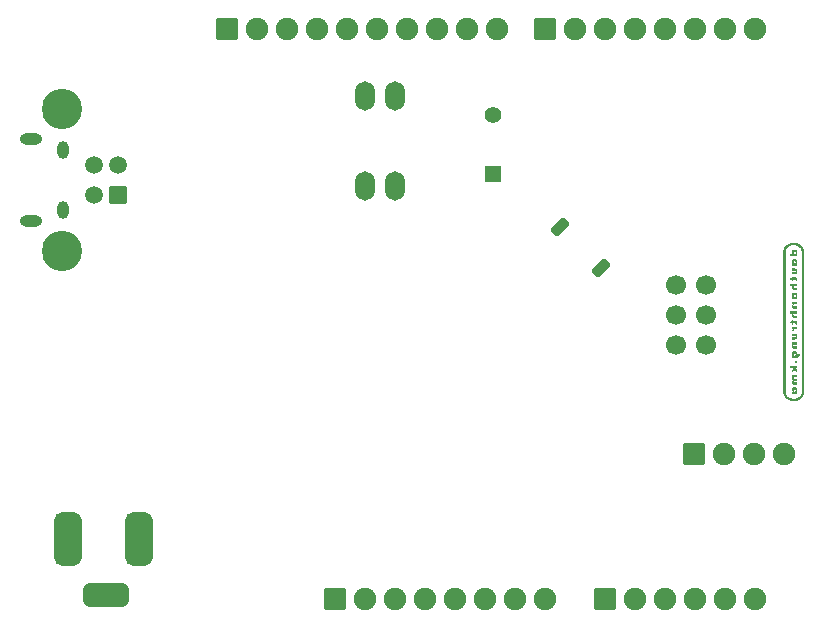
<source format=gbs>
G04*
G04 #@! TF.GenerationSoftware,Altium Limited,Altium Designer,23.0.1 (38)*
G04*
G04 Layer_Color=16711935*
%FSLAX44Y44*%
%MOMM*%
G71*
G04*
G04 #@! TF.SameCoordinates,88FC3FB3-D5F9-4073-A5BC-648FF294B969*
G04*
G04*
G04 #@! TF.FilePolarity,Negative*
G04*
G01*
G75*
%ADD66C,3.4160*%
G04:AMPARAMS|DCode=69|XSize=1.9mm|YSize=1.9mm|CornerRadius=0.23mm|HoleSize=0mm|Usage=FLASHONLY|Rotation=0.000|XOffset=0mm|YOffset=0mm|HoleType=Round|Shape=RoundedRectangle|*
%AMROUNDEDRECTD69*
21,1,1.9000,1.4400,0,0,0.0*
21,1,1.4400,1.9000,0,0,0.0*
1,1,0.4600,0.7200,-0.7200*
1,1,0.4600,-0.7200,-0.7200*
1,1,0.4600,-0.7200,0.7200*
1,1,0.4600,0.7200,0.7200*
%
%ADD69ROUNDEDRECTD69*%
%ADD70C,1.9000*%
G04:AMPARAMS|DCode=71|XSize=1.408mm|YSize=1.408mm|CornerRadius=0.1808mm|HoleSize=0mm|Usage=FLASHONLY|Rotation=90.000|XOffset=0mm|YOffset=0mm|HoleType=Round|Shape=RoundedRectangle|*
%AMROUNDEDRECTD71*
21,1,1.4080,1.0464,0,0,90.0*
21,1,1.0464,1.4080,0,0,90.0*
1,1,0.3616,0.5232,0.5232*
1,1,0.3616,0.5232,-0.5232*
1,1,0.3616,-0.5232,-0.5232*
1,1,0.3616,-0.5232,0.5232*
%
%ADD71ROUNDEDRECTD71*%
%ADD72C,1.4080*%
%ADD73C,1.7000*%
%ADD74O,1.9000X0.9500*%
%ADD75O,1.0000X1.5000*%
%ADD76O,1.7000X2.5000*%
G04:AMPARAMS|DCode=77|XSize=0.9mm|YSize=1.6mm|CornerRadius=0.225mm|HoleSize=0mm|Usage=FLASHONLY|Rotation=135.000|XOffset=0mm|YOffset=0mm|HoleType=Round|Shape=RoundedRectangle|*
%AMROUNDEDRECTD77*
21,1,0.9000,1.1500,0,0,135.0*
21,1,0.4500,1.6000,0,0,135.0*
1,1,0.4500,0.2475,0.5657*
1,1,0.4500,0.5657,0.2475*
1,1,0.4500,-0.2475,-0.5657*
1,1,0.4500,-0.5657,-0.2475*
%
%ADD77ROUNDEDRECTD77*%
G04:AMPARAMS|DCode=78|XSize=3.9mm|YSize=2mm|CornerRadius=0.525mm|HoleSize=0mm|Usage=FLASHONLY|Rotation=180.000|XOffset=0mm|YOffset=0mm|HoleType=Round|Shape=RoundedRectangle|*
%AMROUNDEDRECTD78*
21,1,3.9000,0.9500,0,0,180.0*
21,1,2.8500,2.0000,0,0,180.0*
1,1,1.0500,-1.4250,0.4750*
1,1,1.0500,1.4250,0.4750*
1,1,1.0500,1.4250,-0.4750*
1,1,1.0500,-1.4250,-0.4750*
%
%ADD78ROUNDEDRECTD78*%
G04:AMPARAMS|DCode=79|XSize=4.5mm|YSize=2.3mm|CornerRadius=0.6mm|HoleSize=0mm|Usage=FLASHONLY|Rotation=90.000|XOffset=0mm|YOffset=0mm|HoleType=Round|Shape=RoundedRectangle|*
%AMROUNDEDRECTD79*
21,1,4.5000,1.1000,0,0,90.0*
21,1,3.3000,2.3000,0,0,90.0*
1,1,1.2000,0.5500,1.6500*
1,1,1.2000,0.5500,-1.6500*
1,1,1.2000,-0.5500,-1.6500*
1,1,1.2000,-0.5500,1.6500*
%
%ADD79ROUNDEDRECTD79*%
%ADD101C,1.5080*%
G04:AMPARAMS|DCode=102|XSize=1.508mm|YSize=1.508mm|CornerRadius=0.1908mm|HoleSize=0mm|Usage=FLASHONLY|Rotation=270.000|XOffset=0mm|YOffset=0mm|HoleType=Round|Shape=RoundedRectangle|*
%AMROUNDEDRECTD102*
21,1,1.5080,1.1264,0,0,270.0*
21,1,1.1264,1.5080,0,0,270.0*
1,1,0.3816,-0.5632,-0.5632*
1,1,0.3816,-0.5632,0.5632*
1,1,0.3816,0.5632,0.5632*
1,1,0.3816,0.5632,-0.5632*
%
%ADD102ROUNDEDRECTD102*%
G36*
X667401Y327411D02*
X668244Y327391D01*
X668589Y327334D01*
X668962Y327305D01*
X669039Y327286D01*
X669145Y327257D01*
X669288Y327229D01*
X669422Y327210D01*
X669585Y327162D01*
X669748Y327133D01*
X669882Y327114D01*
X669988Y327066D01*
X670112Y327037D01*
X670189Y327018D01*
X670294Y326970D01*
X670438Y326941D01*
X670572Y326884D01*
X670649Y326865D01*
X670783Y326826D01*
X670821Y326788D01*
X670917Y326769D01*
X671128Y326673D01*
X671204Y326654D01*
X671291Y326606D01*
X671396Y326577D01*
X671520Y326510D01*
X671645Y326462D01*
X671683Y326424D01*
X671722Y326405D01*
X671817Y326366D01*
X672181Y326175D01*
X672316Y326098D01*
X672354Y326060D01*
X672488Y325983D01*
X672584Y325926D01*
X672622Y325887D01*
X672756Y325811D01*
X672852Y325753D01*
X672986Y325658D01*
X673025Y325638D01*
X673034Y325610D01*
X673130Y325552D01*
X673235Y325466D01*
X673274Y325447D01*
X673331Y325389D01*
X673369Y325370D01*
X673427Y325313D01*
X673465Y325293D01*
X673523Y325236D01*
X673561Y325217D01*
X673734Y325044D01*
X673772Y325025D01*
X673896Y324901D01*
X674011Y324805D01*
X674031Y324767D01*
X674059Y324757D01*
X674126Y324690D01*
X674145Y324651D01*
X674222Y324575D01*
X674241Y324537D01*
X674318Y324460D01*
X674337Y324422D01*
X674414Y324345D01*
X674433Y324307D01*
X674567Y324173D01*
X674586Y324134D01*
X674644Y324077D01*
X674720Y323943D01*
X674749Y323933D01*
X674778Y323885D01*
X674797Y323847D01*
X674854Y323789D01*
X674874Y323751D01*
X674988Y323559D01*
X675027Y323521D01*
X675084Y323425D01*
X675123Y323387D01*
X675199Y323253D01*
X675295Y323080D01*
X675372Y322946D01*
X675525Y322659D01*
X675544Y322582D01*
X675573Y322553D01*
X675621Y322429D01*
X675697Y322257D01*
X675736Y322122D01*
X675774Y322084D01*
X675812Y321912D01*
X675860Y321806D01*
X675908Y321586D01*
X675956Y321480D01*
X675975Y321404D01*
X675994Y321289D01*
X676052Y321059D01*
X676090Y320752D01*
X676119Y320590D01*
X676138Y320532D01*
X676157Y200780D01*
X676138Y200243D01*
X676119Y200167D01*
X676100Y200033D01*
X676081Y199956D01*
X676052Y199697D01*
X676033Y199621D01*
X675985Y199381D01*
X675966Y199305D01*
X675918Y199180D01*
X675889Y199056D01*
X675870Y198979D01*
X675822Y198854D01*
X675803Y198778D01*
X675774Y198653D01*
X675745Y198624D01*
X675697Y198500D01*
X675649Y198395D01*
X675602Y198270D01*
X675525Y198097D01*
X675506Y198021D01*
X675448Y197963D01*
X675429Y197887D01*
X675352Y197772D01*
X675333Y197695D01*
X675295Y197657D01*
X675142Y197369D01*
X675084Y197312D01*
X675065Y197255D01*
X675027Y197216D01*
X674969Y197120D01*
X674931Y197082D01*
X674854Y196948D01*
X674826Y196938D01*
X674701Y196756D01*
X674682Y196718D01*
X674653Y196689D01*
X674576Y196574D01*
X674538Y196555D01*
X674529Y196526D01*
X674433Y196431D01*
X674414Y196392D01*
X674337Y196316D01*
X674318Y196277D01*
X674260Y196220D01*
X674212Y196153D01*
X674117Y196038D01*
X674078Y196019D01*
X673848Y195789D01*
X673810Y195770D01*
X673599Y195559D01*
X673561Y195540D01*
X673484Y195463D01*
X673446Y195444D01*
X673408Y195406D01*
X673312Y195348D01*
X673274Y195310D01*
X673178Y195252D01*
X673149Y195224D01*
X673044Y195137D01*
X672910Y195042D01*
X672814Y194984D01*
X672737Y194907D01*
X672661Y194888D01*
X672622Y194850D01*
X672526Y194792D01*
X672488Y194754D01*
X672354Y194677D01*
X672181Y194582D01*
X672153Y194553D01*
X672028Y194505D01*
X671990Y194467D01*
X671952Y194447D01*
X671856Y194409D01*
X671760Y194352D01*
X671664Y194313D01*
X671530Y194237D01*
X671434Y194179D01*
X671358Y194160D01*
X671147Y194064D01*
X671070Y194045D01*
X670984Y193997D01*
X670879Y193969D01*
X670754Y193901D01*
X670610Y193873D01*
X670438Y193796D01*
X670304Y193777D01*
X670198Y193729D01*
X670093Y193700D01*
X670016Y193681D01*
X669882Y193624D01*
X669691Y193604D01*
X669614Y193585D01*
X669451Y193537D01*
X669250Y193509D01*
X669173Y193489D01*
X669068Y193461D01*
X668953Y193442D01*
X668579Y193413D01*
X668503Y193394D01*
X668369Y193375D01*
X668311Y193355D01*
X666587Y193336D01*
X666328Y193365D01*
X666232Y193384D01*
X666117Y193403D01*
X665782Y193432D01*
X665648Y193451D01*
X665542Y193480D01*
X665418Y193509D01*
X665284Y193528D01*
X665207Y193547D01*
X665121Y193576D01*
X664824Y193624D01*
X664699Y193671D01*
X664498Y193719D01*
X664393Y193767D01*
X664268Y193796D01*
X664192Y193815D01*
X664086Y193863D01*
X663962Y193892D01*
X663856Y193940D01*
X663732Y193988D01*
X663559Y194064D01*
X663483Y194083D01*
X663358Y194151D01*
X663234Y194179D01*
X663195Y194218D01*
X663042Y194275D01*
X663004Y194313D01*
X662965Y194333D01*
X662869Y194371D01*
X662505Y194562D01*
X662410Y194620D01*
X662295Y194697D01*
X662237Y194716D01*
X662180Y194773D01*
X662084Y194811D01*
X662046Y194850D01*
X661911Y194926D01*
X661816Y194984D01*
X661682Y195080D01*
X661643Y195099D01*
X661634Y195128D01*
X661547Y195176D01*
X661490Y195233D01*
X661452Y195252D01*
X661394Y195310D01*
X661298Y195367D01*
X661222Y195444D01*
X661183Y195463D01*
X661049Y195597D01*
X661011Y195616D01*
X660973Y195674D01*
X660934Y195693D01*
X660465Y196162D01*
X660446Y196201D01*
X660369Y196277D01*
X660350Y196316D01*
X660197Y196469D01*
X660178Y196507D01*
X660101Y196584D01*
X660082Y196622D01*
X660043Y196660D01*
X659756Y197063D01*
X659698Y197159D01*
X659660Y197197D01*
X659603Y197293D01*
X659564Y197331D01*
X659488Y197465D01*
X659296Y197810D01*
X659162Y198059D01*
X659066Y198270D01*
X659028Y198404D01*
X658990Y198442D01*
X658970Y198557D01*
X658894Y198672D01*
X658875Y198787D01*
X658817Y198921D01*
X658779Y199094D01*
X658750Y199199D01*
X658712Y199295D01*
X658673Y199487D01*
X658654Y199563D01*
X658606Y199784D01*
X658587Y199975D01*
X658568Y200033D01*
X658549Y200224D01*
X658530Y200282D01*
X658511Y302809D01*
Y319900D01*
X658539Y320465D01*
X658559Y320618D01*
X658578Y320714D01*
X658597Y320829D01*
X658616Y321002D01*
X658635Y321097D01*
X658654Y321174D01*
X658702Y321394D01*
X658731Y321500D01*
X658769Y321595D01*
X658808Y321787D01*
X658846Y321883D01*
X658875Y321988D01*
X658932Y322122D01*
X658970Y322218D01*
X658990Y322295D01*
X659018Y322324D01*
X659066Y322448D01*
X659085Y322525D01*
X659114Y322553D01*
X659162Y322678D01*
X659181Y322735D01*
X659373Y323080D01*
X659526Y323368D01*
X659564Y323406D01*
X659622Y323502D01*
X659651Y323531D01*
X659814Y323770D01*
X659833Y323809D01*
X659861Y323818D01*
X659890Y323885D01*
X659928Y323923D01*
X659986Y324019D01*
X660043Y324077D01*
X660063Y324115D01*
X660158Y324211D01*
X660178Y324249D01*
X660312Y324383D01*
X660331Y324422D01*
X660427Y324517D01*
X660446Y324556D01*
X660474Y324585D01*
X660570Y324700D01*
X660609Y324719D01*
X661068Y325178D01*
X661107Y325198D01*
X661183Y325274D01*
X661222Y325293D01*
X661279Y325351D01*
X661318Y325370D01*
X661375Y325428D01*
X661471Y325485D01*
X661528Y325542D01*
X661567Y325562D01*
X661624Y325619D01*
X661720Y325677D01*
X661777Y325734D01*
X661816Y325753D01*
X662007Y325868D01*
X662141Y325945D01*
X662180Y325983D01*
X662314Y326060D01*
X662486Y326156D01*
X662515Y326184D01*
X662640Y326232D01*
X662678Y326271D01*
X662831Y326328D01*
X662879Y326376D01*
X662984Y326405D01*
X663071Y326472D01*
X663195Y326520D01*
X663234Y326558D01*
X663310Y326577D01*
X663521Y326673D01*
X663598Y326692D01*
X663684Y326740D01*
X663789Y326769D01*
X663914Y326836D01*
X664038Y326865D01*
X664173Y326922D01*
X664345Y326960D01*
X664469Y327008D01*
X664575Y327037D01*
X664651Y327056D01*
X664786Y327114D01*
X664958Y327133D01*
X665035Y327152D01*
X665140Y327181D01*
X665360Y327229D01*
X665495Y327248D01*
X665590Y327286D01*
X665782Y327305D01*
X665916Y327324D01*
X666165Y327344D01*
X666242Y327363D01*
X666299Y327382D01*
X667181Y327401D01*
X667238Y327420D01*
X667401Y327411D01*
D02*
G37*
%LPC*%
G36*
X666970Y325389D02*
X666548Y325370D01*
X666318Y325332D01*
X666261Y325313D01*
X665954Y325293D01*
X665878Y325274D01*
X665772Y325246D01*
X665696Y325226D01*
X665514Y325198D01*
X665437Y325178D01*
X665274Y325131D01*
X665130Y325102D01*
X665025Y325054D01*
X664920Y325025D01*
X664843Y325006D01*
X664757Y324977D01*
X664661Y324939D01*
X664537Y324910D01*
X664508Y324882D01*
X664383Y324834D01*
X664249Y324776D01*
X664153Y324738D01*
X663981Y324661D01*
X663885Y324623D01*
X663847Y324585D01*
X663770Y324565D01*
X663655Y324489D01*
X663617Y324469D01*
X663540Y324450D01*
X663483Y324393D01*
X663406Y324374D01*
X663329Y324297D01*
X663253Y324278D01*
X663176Y324201D01*
X663100Y324182D01*
X663061Y324144D01*
X662965Y324086D01*
X662927Y324067D01*
X662917Y324038D01*
X662850Y324010D01*
X662793Y323952D01*
X662697Y323895D01*
X662640Y323837D01*
X662601Y323818D01*
X662525Y323741D01*
X662486Y323722D01*
X662410Y323646D01*
X662371Y323627D01*
X662352Y323588D01*
X662314Y323569D01*
X662199Y323454D01*
X662161Y323435D01*
X661940Y323214D01*
X661921Y323176D01*
X661844Y323100D01*
X661825Y323061D01*
X661749Y322985D01*
X661730Y322946D01*
X661634Y322850D01*
X661615Y322812D01*
X661586Y322803D01*
X661519Y322678D01*
X661423Y322544D01*
X661346Y322410D01*
X661308Y322371D01*
X661135Y322046D01*
X661107Y322017D01*
X661059Y321893D01*
X661021Y321854D01*
X660963Y321701D01*
X660934Y321672D01*
X660887Y321548D01*
X660839Y321461D01*
X660771Y321279D01*
X660733Y321184D01*
X660714Y321107D01*
X660695Y320973D01*
X660637Y320839D01*
X660618Y320609D01*
X660580Y320455D01*
X660561Y320398D01*
X660542Y200512D01*
X660561Y200378D01*
X660580Y200301D01*
X660599Y200243D01*
X660637Y199918D01*
X660695Y199784D01*
X660714Y199650D01*
X660762Y199487D01*
X660810Y199362D01*
X660867Y199228D01*
X660906Y199132D01*
X660973Y199008D01*
X661001Y198902D01*
X661059Y198845D01*
X661078Y198768D01*
X661155Y198653D01*
X661174Y198596D01*
X661251Y198481D01*
X661289Y198385D01*
X661318Y198375D01*
X661366Y198270D01*
X661423Y198213D01*
X661500Y198078D01*
X661557Y197983D01*
X661615Y197925D01*
X661634Y197887D01*
X661710Y197810D01*
X661730Y197772D01*
X661835Y197666D01*
X661921Y197561D01*
X661940Y197523D01*
X662065Y197398D01*
X662103Y197379D01*
X662276Y197207D01*
X662314Y197187D01*
X662400Y197101D01*
X662515Y197005D01*
X662620Y196919D01*
X662659Y196900D01*
X662716Y196842D01*
X662755Y196823D01*
X662793Y196785D01*
X662860Y196737D01*
X663042Y196613D01*
X663176Y196536D01*
X663214Y196498D01*
X663483Y196344D01*
X663550Y196297D01*
X663674Y196249D01*
X663713Y196210D01*
X663751Y196191D01*
X663847Y196153D01*
X663942Y196095D01*
X664153Y196000D01*
X664354Y195913D01*
X664479Y195884D01*
X664508Y195856D01*
X664632Y195808D01*
X664718Y195779D01*
X664814Y195741D01*
X664958Y195712D01*
X665063Y195664D01*
X665169Y195635D01*
X665322Y195597D01*
X665418Y195559D01*
X665590Y195540D01*
X665744Y195501D01*
X665849Y195473D01*
X666031Y195444D01*
X666223Y195425D01*
X666452Y195386D01*
X666510Y195367D01*
X667449Y195348D01*
X668100Y195367D01*
X668330Y195406D01*
X668388Y195425D01*
X668656Y195444D01*
X668790Y195463D01*
X668953Y195511D01*
X669250Y195559D01*
X669374Y195607D01*
X669499Y195635D01*
X669604Y195664D01*
X669729Y195712D01*
X669806Y195731D01*
X669911Y195760D01*
X670035Y195808D01*
X670112Y195827D01*
X670208Y195884D01*
X670285Y195904D01*
X670419Y195961D01*
X670515Y196000D01*
X670591Y196019D01*
X670630Y196057D01*
X670706Y196076D01*
X670850Y196162D01*
X670974Y196210D01*
X671013Y196249D01*
X671051Y196268D01*
X671147Y196306D01*
X671281Y196383D01*
X671338Y196440D01*
X671415Y196459D01*
X671472Y196517D01*
X671607Y196593D01*
X671702Y196651D01*
X671741Y196689D01*
X671837Y196747D01*
X671894Y196804D01*
X671932Y196823D01*
X671971Y196862D01*
X672066Y196919D01*
X672143Y196996D01*
X672181Y197015D01*
X672258Y197092D01*
X672296Y197111D01*
X672335Y197168D01*
X672373Y197187D01*
X672402Y197216D01*
X672421Y197255D01*
X672450Y197264D01*
X672747Y197561D01*
X672766Y197599D01*
X672938Y197772D01*
X672958Y197810D01*
X673072Y197925D01*
X673139Y198030D01*
X673264Y198213D01*
X673360Y198347D01*
X673437Y198481D01*
X673494Y198577D01*
X673532Y198672D01*
X673571Y198711D01*
X673590Y198787D01*
X673666Y198902D01*
X673686Y198979D01*
X673724Y199075D01*
X673753Y199104D01*
X673781Y199209D01*
X673848Y199333D01*
X673877Y199458D01*
X673935Y199592D01*
X673973Y199764D01*
X674021Y199870D01*
X674050Y199994D01*
X674069Y200186D01*
X674107Y200339D01*
X674126Y200397D01*
X674145Y240250D01*
Y240269D01*
X674136Y320043D01*
X674117Y320369D01*
X674078Y320522D01*
X674050Y320704D01*
X674031Y320839D01*
X673982Y320944D01*
X673954Y321069D01*
X673935Y321145D01*
X673877Y321279D01*
X673858Y321356D01*
X673781Y321528D01*
X673743Y321662D01*
X673705Y321701D01*
X673686Y321777D01*
X673647Y321873D01*
X673590Y321969D01*
X673551Y322065D01*
X673360Y322410D01*
X673302Y322506D01*
X673264Y322544D01*
X673207Y322640D01*
X673149Y322697D01*
X673130Y322755D01*
X673053Y322831D01*
X673034Y322870D01*
X672977Y322908D01*
X672958Y322946D01*
X672881Y323023D01*
X672833Y323090D01*
X672795Y323109D01*
X672785Y323138D01*
X672296Y323627D01*
X672258Y323646D01*
X672181Y323722D01*
X672143Y323741D01*
X672086Y323799D01*
X672047Y323818D01*
X672009Y323856D01*
X671913Y323914D01*
X671875Y323952D01*
X671702Y324086D01*
X671645Y324105D01*
X671607Y324144D01*
X671472Y324220D01*
X671338Y324316D01*
X671204Y324393D01*
X671166Y324412D01*
X671137Y324441D01*
X671013Y324489D01*
X670974Y324527D01*
X670936Y324546D01*
X670840Y324585D01*
X670802Y324604D01*
X670773Y324632D01*
X670668Y324661D01*
X670610Y324719D01*
X670534Y324738D01*
X670399Y324795D01*
X670304Y324834D01*
X670227Y324853D01*
X670131Y324910D01*
X670035Y324929D01*
X669863Y325006D01*
X669729Y325025D01*
X669624Y325073D01*
X669422Y325121D01*
X669327Y325159D01*
X669154Y325198D01*
X669020Y325217D01*
X668857Y325265D01*
X668694Y325293D01*
X668503Y325313D01*
X668273Y325351D01*
X668215Y325370D01*
X666970Y325389D01*
D02*
G37*
%LPD*%
G36*
X668321Y321662D02*
X668474Y321643D01*
X668656Y321615D01*
X668790Y321595D01*
X668924Y321538D01*
X669001Y321519D01*
X669173Y321442D01*
X669307Y321385D01*
X669576Y321231D01*
X669633Y321174D01*
X669671Y321155D01*
X669748Y321078D01*
X669786Y321059D01*
X669911Y320934D01*
X669930Y320896D01*
X669968Y320877D01*
X670016Y320810D01*
X670103Y320704D01*
X670122Y320666D01*
X670160Y320628D01*
X670179Y320590D01*
X670275Y320455D01*
X670294Y320379D01*
X670352Y320321D01*
X670371Y320245D01*
X670467Y319996D01*
X670486Y319862D01*
X670505Y319804D01*
X670524Y319632D01*
X670543Y319574D01*
X670534Y319220D01*
X670515Y319105D01*
X670467Y318884D01*
X670447Y318808D01*
X670371Y318635D01*
X670352Y318578D01*
X670275Y318444D01*
X670218Y318386D01*
X670198Y318348D01*
X670026Y318175D01*
X669921Y318089D01*
X669786Y318013D01*
X669758Y317984D01*
X669738Y317907D01*
X670419Y317897D01*
X670447Y317869D01*
X670467Y316029D01*
X670447Y315953D01*
X670409Y315934D01*
X664134Y315943D01*
X664105Y315972D01*
X664115Y316173D01*
X664134Y316365D01*
X664153Y316480D01*
X664192Y316671D01*
X664211Y316844D01*
X664230Y317035D01*
X664268Y317227D01*
X664297Y317409D01*
X664316Y317600D01*
X664354Y317831D01*
X664402Y317878D01*
X666548Y317897D01*
X666558Y317965D01*
X666529Y317993D01*
X666491Y318013D01*
X666376Y318089D01*
X666338Y318108D01*
X666242Y318204D01*
X666203Y318223D01*
X666175Y318252D01*
X666155Y318290D01*
X666098Y318348D01*
X666041Y318444D01*
X666002Y318482D01*
X665907Y318654D01*
X665878Y318721D01*
X665849Y318846D01*
X665791Y318980D01*
X665772Y319593D01*
X665791Y319785D01*
X665849Y319976D01*
X665887Y320130D01*
X665945Y320264D01*
X665983Y320360D01*
X666079Y320532D01*
X666146Y320638D01*
X666155Y320647D01*
X666175Y320685D01*
X666213Y320724D01*
X666232Y320762D01*
X666366Y320896D01*
X666385Y320934D01*
X666491Y321040D01*
X666529Y321059D01*
X666606Y321136D01*
X666644Y321155D01*
X666683Y321193D01*
X666817Y321270D01*
X666855Y321308D01*
X666893Y321327D01*
X667037Y321413D01*
X667142Y321442D01*
X667200Y321500D01*
X667353Y321538D01*
X667487Y321595D01*
X667660Y321615D01*
X667717Y321634D01*
X667928Y321653D01*
X667985Y321672D01*
X668321Y321662D01*
D02*
G37*
G36*
X668426Y313721D02*
X668618Y313701D01*
X668752Y313682D01*
X668857Y313634D01*
X668982Y313606D01*
X669154Y313529D01*
X669250Y313491D01*
X669422Y313395D01*
X669518Y313337D01*
X669557Y313299D01*
X669652Y313242D01*
X669729Y313165D01*
X669767Y313146D01*
X669911Y313002D01*
X669930Y312964D01*
X669968Y312945D01*
X669988Y312906D01*
X670045Y312849D01*
X670103Y312753D01*
X670141Y312715D01*
X670218Y312581D01*
X670265Y312533D01*
X670294Y312427D01*
X670352Y312370D01*
X670371Y312293D01*
X670447Y312121D01*
X670467Y311987D01*
X670505Y311833D01*
X670524Y311776D01*
X670543Y311412D01*
X670515Y311153D01*
X670467Y310952D01*
X670447Y310875D01*
X670371Y310703D01*
X670352Y310645D01*
X670275Y310511D01*
X670218Y310454D01*
X670198Y310415D01*
X670045Y310262D01*
X669940Y310176D01*
X669806Y310080D01*
X669710Y310023D01*
X669681Y309994D01*
X669700Y309956D01*
X670447Y309936D01*
X670467Y308097D01*
X670447Y308020D01*
X666912Y308011D01*
X666893D01*
X665791Y308020D01*
X665772Y309783D01*
X665753Y309841D01*
X665791Y309936D01*
X666711Y309956D01*
X666730Y309994D01*
X666606Y310061D01*
X666510Y310118D01*
X666376Y310214D01*
X666338Y310233D01*
X666318Y310272D01*
X666280Y310291D01*
X666203Y310368D01*
X666117Y310473D01*
X666021Y310607D01*
X665868Y310894D01*
X665849Y310971D01*
X665811Y311067D01*
X665791Y311124D01*
X665772Y311661D01*
X665791Y311852D01*
X665811Y311929D01*
X665868Y312140D01*
X665887Y312216D01*
X665935Y312303D01*
X665964Y312408D01*
X666041Y312523D01*
X666060Y312600D01*
X666098Y312638D01*
X666155Y312734D01*
X666175Y312772D01*
X666213Y312810D01*
X666232Y312849D01*
X666366Y312983D01*
X666385Y313021D01*
X666491Y313127D01*
X666529Y313146D01*
X666558Y313174D01*
X666663Y313261D01*
X666797Y313356D01*
X666836Y313376D01*
X666874Y313414D01*
X666912Y313433D01*
X667037Y313500D01*
X667161Y313548D01*
X667200Y313586D01*
X667353Y313625D01*
X667487Y313682D01*
X667660Y313701D01*
X667717Y313721D01*
X668292Y313740D01*
X668426Y313721D01*
D02*
G37*
G36*
X668560Y305635D02*
X668809Y305616D01*
X668943Y305597D01*
X669049Y305568D01*
X669173Y305520D01*
X669461Y305386D01*
X669595Y305309D01*
X669652Y305252D01*
X669691Y305233D01*
X669949Y304974D01*
X670045Y304840D01*
X670103Y304744D01*
X670141Y304706D01*
X670275Y304457D01*
X670361Y304255D01*
X670399Y304102D01*
X670447Y303978D01*
X670467Y303901D01*
X670486Y303709D01*
X670505Y303652D01*
X670524Y303441D01*
X670543Y303384D01*
X670534Y302914D01*
X670515Y302742D01*
X670495Y302646D01*
X670457Y302397D01*
X670438Y302301D01*
X670371Y302119D01*
X670332Y301985D01*
X670304Y301956D01*
X670275Y301851D01*
X670198Y301736D01*
X670179Y301659D01*
X670141Y301621D01*
X670083Y301525D01*
X670026Y301467D01*
X670007Y301429D01*
X669949Y301372D01*
X669930Y301333D01*
X669873Y301276D01*
X669758Y301180D01*
X669738Y301142D01*
X669691Y301113D01*
X669652Y301094D01*
X669614Y301056D01*
X669518Y300998D01*
X669470Y300950D01*
X669346Y300902D01*
X669317Y300874D01*
X669193Y300826D01*
X669106Y300797D01*
X669010Y300759D01*
X668790Y300730D01*
X668733Y300711D01*
X665897Y300692D01*
X665849Y300739D01*
X665830Y302521D01*
X665859Y302550D01*
X668484Y302569D01*
X668675Y302588D01*
X668848Y302665D01*
X668924Y302742D01*
X668962Y302761D01*
X669030Y302885D01*
X669068Y302924D01*
X669087Y303249D01*
X669068Y303326D01*
X669049Y303384D01*
X669030Y303422D01*
X668953Y303537D01*
X668848Y303623D01*
X668752Y303681D01*
X668656Y303719D01*
X667756Y303738D01*
X667736D01*
X666041Y303748D01*
X665954Y303738D01*
X665878Y303757D01*
X665849Y303786D01*
X665830Y305587D01*
X665859Y305616D01*
X665926Y305644D01*
X668560Y305635D01*
D02*
G37*
G36*
X666951Y298622D02*
X666970Y298584D01*
X666989Y298067D01*
X668790Y298047D01*
X669039Y298028D01*
X669116Y298009D01*
X669384Y297971D01*
X669547Y297904D01*
X669671Y297875D01*
X669719Y297827D01*
X669844Y297779D01*
X669882Y297741D01*
X669978Y297683D01*
X669997Y297645D01*
X670035Y297626D01*
X670103Y297559D01*
X670237Y297386D01*
X670313Y297252D01*
X670342Y297223D01*
X670390Y297099D01*
X670438Y297013D01*
X670457Y296936D01*
X670524Y296601D01*
X670543Y296543D01*
X670534Y296151D01*
X670515Y295959D01*
X670495Y295882D01*
X670476Y295786D01*
X670457Y295633D01*
X670438Y295537D01*
X670371Y295355D01*
X670352Y295279D01*
X670304Y295193D01*
X670275Y295087D01*
X670227Y295039D01*
X670093Y295020D01*
X670035Y295039D01*
X670016D01*
X669528Y295049D01*
X669020Y295078D01*
X668991Y295106D01*
X668972Y295164D01*
X668991Y295240D01*
X669010Y295298D01*
X669030Y295604D01*
X669010Y295739D01*
X668972Y295873D01*
X668934Y295911D01*
X668915Y295949D01*
X668838Y296026D01*
X668713Y296074D01*
X668618Y296112D01*
X666999Y296103D01*
X666979Y295126D01*
X666960Y295049D01*
X665878Y295039D01*
X665849Y295068D01*
X665830Y296045D01*
X665772Y296103D01*
X664125Y296122D01*
X664067Y296218D01*
X664086Y296275D01*
X664077Y296955D01*
X664086Y297022D01*
X664115Y297051D01*
X664287Y297147D01*
X664383Y297185D01*
X664479Y297243D01*
X665226Y297607D01*
X665322Y297645D01*
X665418Y297703D01*
X665514Y297741D01*
X665610Y297798D01*
X665686Y297817D01*
X665724Y297856D01*
X665763Y297875D01*
X665811Y297923D01*
X665830Y298555D01*
X665849Y298613D01*
X665926Y298632D01*
X666797Y298622D01*
X666874Y298641D01*
X666951Y298622D01*
D02*
G37*
G36*
X670447Y292826D02*
X670467Y290968D01*
X670447Y290910D01*
X668091Y290891D01*
X667976Y290872D01*
X667851Y290824D01*
X667775Y290805D01*
X667679Y290767D01*
X667641Y290728D01*
X667564Y290709D01*
X667506Y290652D01*
X667468Y290632D01*
X667344Y290508D01*
X667324Y290469D01*
X667267Y290412D01*
X667248Y290354D01*
X667171Y290240D01*
X667152Y290105D01*
X667133Y290048D01*
X667152Y289818D01*
X667171Y289741D01*
X667228Y289646D01*
X667248Y289607D01*
X667286Y289569D01*
X667391Y289483D01*
X667487Y289425D01*
X667593Y289377D01*
X667669Y289358D01*
X667842Y289339D01*
X670447Y289320D01*
X670467Y287442D01*
X670438Y287413D01*
X668139Y287394D01*
X667660Y287413D01*
X667525Y287433D01*
X667296Y287490D01*
X667161Y287509D01*
X667027Y287567D01*
X666951Y287586D01*
X666548Y287778D01*
X666510Y287816D01*
X666414Y287873D01*
X666338Y287950D01*
X666299Y287969D01*
X666251Y288017D01*
X666232Y288055D01*
X666146Y288141D01*
X666021Y288324D01*
X665945Y288458D01*
X665887Y288554D01*
X665868Y288630D01*
X665830Y288764D01*
X665791Y288860D01*
X665772Y289531D01*
X665791Y289665D01*
X665811Y289741D01*
X665868Y289952D01*
X666002Y290240D01*
X666060Y290335D01*
X666117Y290393D01*
X666136Y290431D01*
X666299Y290594D01*
X666472Y290728D01*
X666510Y290747D01*
X666548Y290786D01*
X666644Y290805D01*
X666692Y290853D01*
X666683Y290882D01*
X664134Y290901D01*
X664105Y290929D01*
X664086Y290968D01*
X664105Y291025D01*
X664125Y291274D01*
X664144Y291351D01*
X664182Y291581D01*
X664201Y291658D01*
X664220Y291907D01*
X664259Y292136D01*
X664278Y292194D01*
X664297Y292443D01*
X664316Y292520D01*
X664335Y292711D01*
X664354Y292788D01*
X664441Y292855D01*
X664546Y292845D01*
X665878Y292855D01*
X665897D01*
X670256Y292845D01*
X670419Y292855D01*
X670447Y292826D01*
D02*
G37*
G36*
X668167Y285239D02*
X668417Y285220D01*
X668675Y285191D01*
X668781Y285162D01*
X668905Y285114D01*
X668982Y285095D01*
X669154Y285018D01*
X669403Y284903D01*
X669442Y284865D01*
X669480Y284846D01*
X669614Y284750D01*
X669652Y284731D01*
X669729Y284654D01*
X669767Y284635D01*
X669968Y284434D01*
X669988Y284396D01*
X670045Y284338D01*
X670103Y284242D01*
X670141Y284204D01*
X670218Y284070D01*
X670265Y284022D01*
X670294Y283917D01*
X670352Y283859D01*
X670371Y283783D01*
X670467Y283533D01*
X670486Y283399D01*
X670505Y283323D01*
X670524Y283265D01*
X670543Y282901D01*
X670515Y282642D01*
X670467Y282441D01*
X670447Y282365D01*
X670275Y282001D01*
X670198Y281924D01*
X670179Y281886D01*
X670045Y281752D01*
X669806Y281569D01*
X669710Y281512D01*
X669681Y281483D01*
X669691Y281455D01*
X670304Y281435D01*
X670361Y281455D01*
X670447Y281426D01*
X670467Y279548D01*
X670419Y279500D01*
X665791Y279510D01*
X665772Y281273D01*
X665753Y281330D01*
X665782Y281416D01*
X665849Y281445D01*
X666702Y281435D01*
X666730Y281464D01*
X666721Y281493D01*
X666472Y281627D01*
X666414Y281684D01*
X666376Y281704D01*
X666299Y281780D01*
X666261Y281800D01*
X666175Y281886D01*
X666155Y281924D01*
X666117Y281962D01*
X666021Y282096D01*
X665868Y282384D01*
X665830Y282518D01*
X665791Y282614D01*
X665772Y283227D01*
X665791Y283304D01*
X665811Y283438D01*
X665849Y283533D01*
X665868Y283648D01*
X665926Y283783D01*
X665964Y283878D01*
Y283897D01*
X666079Y284108D01*
X666155Y284242D01*
X666213Y284300D01*
X666232Y284338D01*
X666309Y284415D01*
X666328Y284453D01*
X666510Y284635D01*
X666548Y284654D01*
X666625Y284731D01*
X666663Y284750D01*
X666721Y284808D01*
X666759Y284827D01*
X666874Y284903D01*
X666970Y284942D01*
X667008Y284980D01*
X667104Y285018D01*
X667228Y285086D01*
X667353Y285114D01*
X667487Y285172D01*
X667621Y285191D01*
X667679Y285210D01*
X668024Y285229D01*
X668081Y285248D01*
X668167Y285239D01*
D02*
G37*
G36*
X670447Y277096D02*
X670467Y275218D01*
X670438Y275189D01*
X668100Y275170D01*
X668024Y275151D01*
X667813Y275093D01*
X667564Y274978D01*
X667506Y274921D01*
X667468Y274902D01*
X667344Y274777D01*
X667324Y274739D01*
X667267Y274681D01*
X667171Y274509D01*
X667152Y274375D01*
X667133Y274317D01*
X667152Y274068D01*
X667190Y273972D01*
X667248Y273877D01*
X667315Y273810D01*
X667353Y273790D01*
X667391Y273752D01*
X667487Y273695D01*
X667621Y273637D01*
X670419Y273618D01*
X670447Y273589D01*
X670467Y271712D01*
X670438Y271683D01*
X668445Y271664D01*
X667794Y271683D01*
X667775D01*
X667612Y271692D01*
X667497Y271712D01*
X667420Y271731D01*
X667200Y271779D01*
X667094Y271807D01*
X666912Y271874D01*
X666663Y271989D01*
X666568Y272047D01*
X666433Y272143D01*
X666395Y272162D01*
X666203Y272353D01*
X666117Y272459D01*
X666021Y272593D01*
X665907Y272804D01*
X665878Y272871D01*
X665849Y272995D01*
X665791Y273129D01*
X665772Y273800D01*
X665811Y274030D01*
X665849Y274126D01*
X665868Y274241D01*
X665983Y274490D01*
X666060Y274624D01*
X666098Y274662D01*
X666155Y274758D01*
X666184Y274787D01*
X666223Y274806D01*
X666232Y274835D01*
X666280Y274883D01*
X666318Y274902D01*
X666328Y274930D01*
X666606Y275132D01*
X666749Y275199D01*
X666740Y275247D01*
X665935Y275266D01*
X665907Y275294D01*
X665887Y277076D01*
X665916Y277105D01*
X670419Y277124D01*
X670447Y277096D01*
D02*
G37*
G36*
Y269278D02*
X670467Y267381D01*
X670438Y267353D01*
X668139Y267333D01*
X667832Y267257D01*
X667583Y267142D01*
X667487Y267084D01*
X667344Y266941D01*
X667324Y266902D01*
X667267Y266845D01*
X667248Y266787D01*
X667171Y266672D01*
X667152Y266538D01*
X667133Y266481D01*
X667152Y266251D01*
X667171Y266174D01*
X667228Y266078D01*
X667248Y266040D01*
X667353Y265935D01*
X667602Y265801D01*
X670419Y265781D01*
X670447Y265753D01*
X670467Y263932D01*
X670438Y263846D01*
X668158Y263827D01*
X667851Y263846D01*
X667602Y263865D01*
X667411Y263885D01*
X667248Y263932D01*
X667104Y263961D01*
X666912Y264038D01*
X666702Y264134D01*
X666510Y264249D01*
X666472Y264268D01*
X666433Y264306D01*
X666395Y264325D01*
X666318Y264402D01*
X666280Y264421D01*
X666251Y264450D01*
X666232Y264488D01*
X666155Y264565D01*
X666136Y264603D01*
X666079Y264660D01*
X666060Y264699D01*
X665964Y264833D01*
X665945Y264910D01*
X665916Y264938D01*
X665868Y265063D01*
X665830Y265197D01*
X665791Y265293D01*
X665772Y265925D01*
X665791Y266117D01*
X665839Y266280D01*
X665868Y266385D01*
X665926Y266519D01*
X665945Y266557D01*
X665983Y266653D01*
X666041Y266749D01*
X666117Y266826D01*
X666136Y266864D01*
X666338Y267065D01*
X666376Y267084D01*
X666414Y267123D01*
X666520Y267190D01*
X666673Y267285D01*
X666692Y267324D01*
X666654Y267343D01*
X664211Y267333D01*
X664134Y267353D01*
X664086Y267400D01*
X664096Y267448D01*
X664125Y267630D01*
X664153Y267889D01*
X664173Y267966D01*
X664192Y268081D01*
X664230Y268426D01*
X664268Y268617D01*
X664287Y268732D01*
X664316Y269029D01*
X664335Y269106D01*
X664354Y269240D01*
X664383Y269269D01*
X667602Y269288D01*
X667621D01*
X670447Y269278D01*
D02*
G37*
G36*
X666960Y261729D02*
X666979Y261212D01*
X667008Y261183D01*
X668886Y261164D01*
X669145Y261135D01*
X669327Y261106D01*
X669403Y261087D01*
X669489Y261058D01*
X669614Y261010D01*
X669671Y260991D01*
X669710Y260972D01*
X669748Y260934D01*
X669825Y260915D01*
X669863Y260876D01*
X669959Y260819D01*
X670179Y260599D01*
X670198Y260560D01*
X670237Y260522D01*
X670313Y260388D01*
X670371Y260292D01*
X670447Y260119D01*
X670467Y260005D01*
X670486Y259928D01*
X670505Y259870D01*
X670524Y259717D01*
X670543Y259660D01*
X670534Y259267D01*
X670515Y259075D01*
X670495Y258999D01*
X670467Y258836D01*
X670447Y258702D01*
X670390Y258568D01*
X670371Y258453D01*
X670294Y258280D01*
X670256Y258184D01*
X670208Y258156D01*
X669738Y258165D01*
X669097Y258194D01*
X668991Y258223D01*
X668972Y258280D01*
X668991Y258357D01*
X669010Y258414D01*
X669030Y258778D01*
X668972Y259008D01*
X668828Y259152D01*
X668790Y259171D01*
X668694Y259209D01*
X667123Y259229D01*
X667066Y259248D01*
X666999Y259219D01*
X666979Y258204D01*
X666951Y258175D01*
X665935Y258156D01*
X665849Y258184D01*
X665830Y259123D01*
X665801Y259209D01*
X665092Y259229D01*
X664192D01*
X664105Y259257D01*
X664077Y259324D01*
X664086Y260024D01*
X664067Y260081D01*
X664096Y260148D01*
X664192Y260206D01*
X664230Y260244D01*
X664383Y260302D01*
X664421Y260340D01*
X664460Y260359D01*
X665054Y260646D01*
X665150Y260685D01*
X665188Y260723D01*
X665265Y260742D01*
X665360Y260800D01*
X665456Y260838D01*
X665552Y260896D01*
X665648Y260934D01*
X665744Y260991D01*
X665782Y261010D01*
X665811Y261039D01*
X665830Y261710D01*
X665859Y261739D01*
X666932Y261758D01*
X666960Y261729D01*
D02*
G37*
G36*
X670447Y255943D02*
X670467Y254065D01*
X670438Y254036D01*
X667909Y254017D01*
X667698Y253921D01*
X667554Y253777D01*
X667535Y253739D01*
X667449Y253596D01*
X667420Y253490D01*
X667363Y253356D01*
X667334Y253174D01*
X667305Y252934D01*
X667286Y252877D01*
X667267Y252436D01*
X667248Y252360D01*
X667200Y252331D01*
X667152Y252340D01*
X667027Y252369D01*
X666836Y252388D01*
X666730Y252417D01*
X666635Y252436D01*
X666520Y252455D01*
X666366Y252475D01*
X666271Y252494D01*
X666117Y252532D01*
X665897Y252561D01*
X665878D01*
X665791Y252589D01*
X665772Y252781D01*
X665791Y252915D01*
X665820Y253021D01*
X665868Y253145D01*
X665983Y253394D01*
X666041Y253452D01*
X666060Y253490D01*
X666117Y253547D01*
X666165Y253615D01*
X666203Y253634D01*
X666232Y253662D01*
X666338Y253749D01*
X666376Y253768D01*
X666414Y253806D01*
X666452Y253825D01*
X666596Y253912D01*
X666702Y253940D01*
X666730Y253969D01*
X666721Y253998D01*
X666654Y254027D01*
X666012Y254017D01*
X665907Y254046D01*
X665887Y255923D01*
X665916Y255952D01*
X670419Y255971D01*
X670447Y255943D01*
D02*
G37*
G36*
X668752Y250415D02*
X668943Y250357D01*
X669078Y250338D01*
X669212Y250281D01*
X669384Y250204D01*
X669518Y250127D01*
X669614Y250070D01*
X669691Y249993D01*
X669729Y249974D01*
X669949Y249754D01*
X670007Y249658D01*
X670064Y249601D01*
X670083Y249562D01*
X670179Y249428D01*
X670198Y249351D01*
X670246Y249303D01*
X670294Y249179D01*
X670371Y249007D01*
X670409Y248853D01*
X670447Y248757D01*
X670467Y248681D01*
X670486Y248489D01*
X670505Y248432D01*
X670524Y248221D01*
X670543Y248164D01*
X670534Y247675D01*
X670515Y247502D01*
X670476Y247292D01*
X670457Y247177D01*
X670438Y247081D01*
X670371Y246899D01*
X670332Y246765D01*
X670304Y246736D01*
X670275Y246631D01*
X670198Y246516D01*
X670179Y246439D01*
X670122Y246382D01*
X670103Y246343D01*
X670007Y246209D01*
X669988Y246171D01*
X669767Y245951D01*
X669729Y245931D01*
X669691Y245893D01*
X669557Y245797D01*
X669422Y245721D01*
X669384Y245682D01*
X669346Y245663D01*
X669221Y245615D01*
X669125Y245577D01*
X669001Y245548D01*
X668867Y245510D01*
X668809Y245491D01*
X665878Y245471D01*
X665849Y245500D01*
X665830Y247282D01*
X665859Y247311D01*
X665926Y247340D01*
X668254Y247330D01*
X668560Y247349D01*
X668828Y247426D01*
X668886Y247483D01*
X668953Y247531D01*
X669030Y247665D01*
X669068Y247704D01*
X669087Y248029D01*
X669068Y248106D01*
X668991Y248278D01*
X668886Y248384D01*
X668675Y248499D01*
X666932Y248518D01*
X666912Y248518D01*
X665878D01*
X665849Y248547D01*
X665830Y250386D01*
X665859Y250415D01*
X668330Y250434D01*
X668752Y250415D01*
D02*
G37*
G36*
X670447Y243067D02*
X670467Y241189D01*
X670438Y241160D01*
X669078Y241141D01*
X668120D01*
X667985Y241122D01*
X667889Y241084D01*
X667813Y241065D01*
X667564Y240950D01*
X667525Y240911D01*
X667487Y240892D01*
X667305Y240710D01*
X667209Y240538D01*
X667171Y240499D01*
X667152Y240346D01*
X667133Y240289D01*
X667152Y240059D01*
X667248Y239848D01*
X667296Y239800D01*
X667334Y239781D01*
X667372Y239743D01*
X667506Y239666D01*
X667641Y239608D01*
X670419Y239589D01*
X670447Y239561D01*
X670467Y237683D01*
X670399Y237635D01*
X670332Y237645D01*
X667669Y237664D01*
X667516Y237683D01*
X667363Y237721D01*
X667181Y237750D01*
X666932Y237846D01*
X666529Y238037D01*
X666472Y238095D01*
X666433Y238114D01*
X666376Y238171D01*
X666338Y238190D01*
X666203Y238325D01*
X666117Y238430D01*
X666021Y238564D01*
X665907Y238775D01*
X665878Y238842D01*
X665849Y238967D01*
X665791Y239101D01*
X665772Y239733D01*
X665791Y239925D01*
X665811Y240001D01*
X665849Y240097D01*
X665868Y240212D01*
X666002Y240499D01*
X666060Y240595D01*
X666098Y240634D01*
X666155Y240729D01*
X666347Y240921D01*
X666462Y240998D01*
X666568Y241084D01*
X666749Y241170D01*
X666740Y241218D01*
X666673Y241247D01*
X665993Y241237D01*
X665906Y241266D01*
X665887Y243048D01*
X665916Y243076D01*
X670419Y243096D01*
X670447Y243067D01*
D02*
G37*
G36*
X668263Y235499D02*
X668436Y235479D01*
X668618Y235451D01*
X668752Y235431D01*
X668886Y235374D01*
X668962Y235355D01*
X669097Y235297D01*
X669135Y235278D01*
X669269Y235221D01*
X669403Y235144D01*
X669499Y235087D01*
X669557Y235029D01*
X669595Y235010D01*
X669671Y234933D01*
X669710Y234914D01*
X669892Y234732D01*
X669940Y234665D01*
X670026Y234560D01*
X670122Y234426D01*
X670198Y234291D01*
X670256Y234196D01*
X670294Y234100D01*
X670313Y234023D01*
X670342Y233994D01*
X670371Y233889D01*
X670409Y233736D01*
X670428Y233678D01*
X670447Y233468D01*
X670467Y233410D01*
X670457Y233036D01*
X670438Y232864D01*
X670419Y232768D01*
X670399Y232691D01*
X670371Y232548D01*
X670323Y232423D01*
X670256Y232241D01*
X670218Y232203D01*
X670198Y232146D01*
X670103Y232011D01*
X670083Y231973D01*
X670026Y231915D01*
X670007Y231877D01*
X669921Y231791D01*
X669854Y231743D01*
X669834Y231705D01*
X669806Y231695D01*
X669777Y231666D01*
X669758Y231628D01*
X669786Y231599D01*
X669873Y231609D01*
X670064Y231647D01*
X670227Y231676D01*
X670380Y231714D01*
X670515Y231772D01*
X670725Y231868D01*
X670783Y231925D01*
X670821Y231944D01*
X670907Y232031D01*
X670927Y232069D01*
X670965Y232107D01*
X671022Y232203D01*
X671089Y232327D01*
X671118Y232452D01*
X671137Y232509D01*
X671156Y232682D01*
X671176Y232739D01*
X671166Y232979D01*
X671147Y233190D01*
X671118Y233410D01*
X671147Y233496D01*
X671358Y233515D01*
X671549Y233535D01*
X671875Y233573D01*
X671952Y233592D01*
X672450Y233630D01*
X672488Y233573D01*
X672536Y233333D01*
X672555Y233276D01*
X672574Y232299D01*
X672536Y232031D01*
X672517Y231973D01*
X672478Y231724D01*
X672421Y231590D01*
X672402Y231494D01*
X672306Y231283D01*
X672268Y231187D01*
X672114Y230919D01*
X672038Y230842D01*
X672019Y230804D01*
X671961Y230747D01*
X671942Y230708D01*
X671913Y230680D01*
X671875Y230660D01*
X671837Y230603D01*
X671798Y230584D01*
X671750Y230536D01*
X671645Y230450D01*
X671472Y230316D01*
X671415Y230296D01*
X671377Y230258D01*
X671166Y230143D01*
X671128Y230124D01*
X670955Y230047D01*
X670802Y230009D01*
X670697Y229961D01*
X670553Y229932D01*
X670476Y229913D01*
X670371Y229884D01*
X670275Y229865D01*
X670160Y229846D01*
X669786Y229818D01*
X669729Y229798D01*
X667372Y229779D01*
X667353Y229779D01*
X665820D01*
X665791Y229808D01*
X665772Y231705D01*
X665820Y231753D01*
X665926Y231743D01*
X666357Y231753D01*
X666414Y231733D01*
X666558Y231743D01*
X666635Y231762D01*
X666625Y231810D01*
X666452Y231906D01*
X666357Y231963D01*
X666203Y232117D01*
X666117Y232222D01*
X666021Y232356D01*
X665868Y232644D01*
X665830Y232778D01*
X665791Y232873D01*
X665772Y233468D01*
X665791Y233659D01*
X665839Y233822D01*
X665868Y233946D01*
X665964Y234196D01*
X666021Y234291D01*
X666060Y234387D01*
X666117Y234445D01*
X666136Y234483D01*
X666232Y234617D01*
X666251Y234655D01*
X666424Y234828D01*
X666443Y234866D01*
X666491Y234895D01*
X666663Y235029D01*
X666759Y235087D01*
X666836Y235163D01*
X666912Y235182D01*
X666960Y235230D01*
X667142Y235297D01*
X667181Y235336D01*
X667276Y235355D01*
X667449Y235431D01*
X667641Y235451D01*
X667698Y235470D01*
X667928Y235489D01*
X667985Y235508D01*
X668263Y235499D01*
D02*
G37*
G36*
X669767Y227499D02*
X669863Y227461D01*
X669940Y227442D01*
X669997Y227422D01*
X670131Y227346D01*
X670189Y227288D01*
X670256Y227240D01*
X670275Y227202D01*
X670313Y227164D01*
X670390Y227030D01*
X670447Y226934D01*
X670467Y226838D01*
X670486Y226781D01*
X670505Y226608D01*
X670524Y226551D01*
X670505Y226263D01*
X670486Y226206D01*
X670467Y226052D01*
X670352Y225803D01*
X670227Y225679D01*
X670055Y225545D01*
X669930Y225497D01*
X669921Y225487D01*
X669863Y225468D01*
X669767Y225449D01*
X669710Y225430D01*
X669451Y225439D01*
X669355Y225459D01*
X669173Y225526D01*
X669058Y225602D01*
X669020Y225621D01*
X668895Y225746D01*
X668876Y225784D01*
X668838Y225823D01*
X668723Y226014D01*
X668685Y226167D01*
X668646Y226263D01*
X668656Y226694D01*
X668675Y226771D01*
X668704Y226876D01*
X668819Y227125D01*
X668876Y227183D01*
X668895Y227221D01*
X668943Y227269D01*
X668982Y227288D01*
X669001Y227327D01*
X669039Y227346D01*
X669154Y227422D01*
X669193Y227442D01*
X669269Y227461D01*
X669365Y227499D01*
X669576Y227518D01*
X669767Y227499D01*
D02*
G37*
G36*
X670447Y223140D02*
X670467Y221301D01*
X670447Y221224D01*
X670409Y221205D01*
X669269Y221215D01*
X669193Y221195D01*
X669087Y221090D01*
X669068Y221052D01*
X669010Y220994D01*
X668991Y220956D01*
X668915Y220879D01*
X668895Y220841D01*
X668838Y220783D01*
X668781Y220688D01*
X668809Y220659D01*
X668876Y220630D01*
X668953Y220611D01*
X669078Y220563D01*
X669154Y220544D01*
X669288Y220486D01*
X669365Y220467D01*
X669576Y220371D01*
X669652Y220352D01*
X669700Y220304D01*
X669825Y220257D01*
X669863Y220218D01*
X669959Y220161D01*
X670035Y220084D01*
X670074Y220065D01*
X670083Y220036D01*
X670179Y219940D01*
X670198Y219902D01*
X670275Y219825D01*
X670294Y219749D01*
X670342Y219701D01*
X670390Y219576D01*
X670438Y219471D01*
X670476Y219260D01*
X670505Y219097D01*
X670524Y219040D01*
X670543Y218542D01*
X670524Y218235D01*
X670505Y218158D01*
X670457Y218111D01*
X670313Y218082D01*
X669959Y218053D01*
X669882Y218034D01*
X669652Y217996D01*
X669461Y217976D01*
X669039Y217938D01*
X669010Y217967D01*
X669030Y218158D01*
X669049Y218216D01*
X669039Y218436D01*
X669020Y218532D01*
X668991Y218657D01*
X668943Y218743D01*
X668867Y218858D01*
X668828Y218877D01*
X668752Y218954D01*
X668713Y218973D01*
X668570Y219059D01*
X668464Y219088D01*
X668359Y219136D01*
X668158Y219184D01*
X668005Y219222D01*
X667870Y219260D01*
X667794Y219241D01*
X667746Y219193D01*
X667688Y219097D01*
X667660Y219069D01*
X667497Y218829D01*
X667305Y218561D01*
X667248Y218465D01*
X667190Y218407D01*
X667171Y218369D01*
X666979Y218101D01*
X666960Y218063D01*
X666864Y217929D01*
X666845Y217890D01*
X666807Y217852D01*
X666788Y217813D01*
X666740Y217785D01*
X666683Y217804D01*
X666625Y217861D01*
X666587Y217881D01*
X666548Y217919D01*
X666443Y217986D01*
X666203Y218168D01*
X666165Y218187D01*
X666127Y218225D01*
X666088Y218245D01*
X666050Y218283D01*
X665945Y218350D01*
X665839Y218436D01*
X665801Y218455D01*
X665744Y218513D01*
X665705Y218532D01*
X665667Y218570D01*
X665533Y218647D01*
X665475Y218704D01*
X665437Y218724D01*
X665399Y218762D01*
X665360Y218781D01*
X665322Y218839D01*
X665332Y218887D01*
X665408Y218963D01*
X665427Y219002D01*
X665485Y219059D01*
X665504Y219097D01*
X665581Y219174D01*
X665600Y219212D01*
X665657Y219270D01*
X665676Y219308D01*
X665753Y219385D01*
X665772Y219423D01*
X665849Y219500D01*
X665868Y219538D01*
X665945Y219615D01*
X665964Y219653D01*
X666021Y219710D01*
X666041Y219749D01*
X666117Y219825D01*
X666136Y219864D01*
X666165Y219892D01*
X666251Y219998D01*
X666385Y220170D01*
X666433Y220237D01*
X666529Y220352D01*
X666568Y220371D01*
X666596Y220419D01*
X666615Y220458D01*
X666644Y220467D01*
X666692Y220534D01*
X666711Y220573D01*
X666769Y220630D01*
X666788Y220668D01*
X666864Y220745D01*
X666884Y220783D01*
X666960Y220860D01*
X666979Y220898D01*
X667037Y220956D01*
X667056Y220994D01*
X667133Y221071D01*
X667190Y221167D01*
X667161Y221195D01*
X667047Y221215D01*
X666989Y221195D01*
X666979Y221205D01*
X664192Y221195D01*
X664115Y221215D01*
X664086Y221243D01*
X664115Y221444D01*
X664134Y221636D01*
X664153Y221751D01*
X664192Y221943D01*
X664220Y222240D01*
X664240Y222316D01*
X664278Y222546D01*
X664297Y222623D01*
X664316Y222872D01*
X664354Y223102D01*
X664441Y223169D01*
X664546Y223159D01*
X670323Y223169D01*
X670342Y223169D01*
X670399Y223188D01*
X670447Y223140D01*
D02*
G37*
G36*
Y215763D02*
X670467Y213905D01*
X670447Y213847D01*
X667937Y213828D01*
X667842Y213809D01*
X667717Y213761D01*
X667621Y213723D01*
X667458Y213617D01*
X667439Y213579D01*
X667411Y213570D01*
X667382Y213541D01*
X667324Y213445D01*
X667276Y213397D01*
X667228Y213272D01*
X667209Y213196D01*
X667190Y213062D01*
X667209Y212985D01*
X667228Y212928D01*
X667248Y212813D01*
X667305Y212755D01*
X667324Y212717D01*
X667430Y212631D01*
X667468Y212612D01*
X667497Y212583D01*
X667621Y212535D01*
X667717Y212496D01*
X667899Y212468D01*
X670447Y212449D01*
X670467Y210609D01*
X670447Y210533D01*
X667985Y210523D01*
X667832Y210485D01*
X667736Y210446D01*
X667602Y210389D01*
X667506Y210331D01*
X667363Y210188D01*
X667344Y210149D01*
X667305Y210111D01*
X667286Y210073D01*
X667257Y210044D01*
X667238Y209967D01*
X667209Y209843D01*
X667190Y209785D01*
X667200Y209699D01*
X667219Y209622D01*
X667248Y209498D01*
X667305Y209440D01*
X667324Y209402D01*
X667430Y209316D01*
X667468Y209297D01*
X667497Y209268D01*
X667621Y209220D01*
X667717Y209182D01*
X667899Y209153D01*
X670447Y209134D01*
X670467Y207237D01*
X670438Y207208D01*
X668254Y207189D01*
X667947Y207208D01*
X667525Y207227D01*
X667449Y207247D01*
X667344Y207275D01*
X667200Y207304D01*
X667123Y207323D01*
X666989Y207381D01*
X666893Y207400D01*
X666769Y207467D01*
X666644Y207515D01*
X666606Y207553D01*
X666472Y207630D01*
X666376Y207687D01*
X666136Y207927D01*
X666117Y207965D01*
X666088Y207975D01*
X666002Y208118D01*
X665868Y208368D01*
X665830Y208502D01*
X665791Y208597D01*
X665772Y209172D01*
X665791Y209364D01*
X665811Y209440D01*
X665839Y209527D01*
X665868Y209651D01*
X665926Y209785D01*
X665945Y209824D01*
X665983Y209919D01*
X666060Y210054D01*
X666098Y210092D01*
X666155Y210188D01*
X666395Y210427D01*
X666433Y210446D01*
X666491Y210504D01*
X666529Y210523D01*
X666596Y210590D01*
X666692Y210628D01*
X666711Y210705D01*
X666683Y210734D01*
X666587Y210791D01*
X666452Y210887D01*
X666414Y210906D01*
X666357Y210964D01*
X666318Y210983D01*
X666203Y211098D01*
X666117Y211203D01*
X666021Y211337D01*
X665868Y211625D01*
X665849Y211682D01*
Y211701D01*
X665830Y211759D01*
X665791Y211855D01*
X665772Y212430D01*
X665791Y212621D01*
X665811Y212698D01*
X665839Y212784D01*
X665868Y212889D01*
X666002Y213177D01*
X666069Y213282D01*
X666108Y213301D01*
X666136Y213349D01*
X666155Y213388D01*
X666328Y213560D01*
X666433Y213646D01*
X666472Y213665D01*
X666500Y213694D01*
X666606Y213780D01*
X666769Y213867D01*
X666759Y213914D01*
X665974Y213934D01*
X665887Y213962D01*
X665897Y215754D01*
X665935Y215773D01*
X665993Y215792D01*
X670275Y215783D01*
X670419Y215792D01*
X670447Y215763D01*
D02*
G37*
G36*
X668426Y205024D02*
X668618Y205005D01*
X668752Y204986D01*
X668857Y204938D01*
X668982Y204909D01*
X669154Y204832D01*
X669250Y204794D01*
X669422Y204698D01*
X669518Y204641D01*
X669557Y204603D01*
X669652Y204545D01*
X669729Y204468D01*
X669767Y204449D01*
X669911Y204305D01*
X669930Y204267D01*
X669968Y204248D01*
X669988Y204210D01*
X670045Y204152D01*
X670103Y204056D01*
X670141Y204018D01*
X670218Y203884D01*
X670265Y203836D01*
X670294Y203731D01*
X670352Y203673D01*
X670371Y203597D01*
X670447Y203424D01*
X670467Y203290D01*
X670505Y203137D01*
X670524Y203079D01*
X670543Y202715D01*
X670515Y202456D01*
X670467Y202255D01*
X670447Y202179D01*
X670371Y202006D01*
X670352Y201949D01*
X670275Y201815D01*
X670218Y201757D01*
X670198Y201719D01*
X670045Y201566D01*
X669940Y201479D01*
X669806Y201383D01*
X669710Y201326D01*
X669681Y201297D01*
X669700Y201259D01*
X670447Y201240D01*
X670467Y199400D01*
X670438Y199314D01*
X665791Y199324D01*
X665772Y201087D01*
X665753Y201144D01*
X665791Y201240D01*
X666711Y201259D01*
X666730Y201297D01*
X666606Y201364D01*
X666510Y201422D01*
X666376Y201518D01*
X666338Y201537D01*
X666318Y201575D01*
X666280Y201594D01*
X666203Y201671D01*
X666117Y201776D01*
X666021Y201910D01*
X665868Y202198D01*
X665849Y202274D01*
X665811Y202370D01*
X665791Y202428D01*
X665772Y202964D01*
X665791Y203156D01*
X665811Y203232D01*
X665868Y203443D01*
X665887Y203520D01*
X665935Y203606D01*
X665964Y203711D01*
X666041Y203827D01*
X666060Y203903D01*
X666117Y203961D01*
X666136Y203999D01*
X666251Y204171D01*
X666261Y204181D01*
X666366Y204286D01*
X666385Y204325D01*
X666491Y204430D01*
X666529Y204449D01*
X666558Y204478D01*
X666663Y204564D01*
X666797Y204660D01*
X666836Y204679D01*
X666874Y204717D01*
X666912Y204737D01*
X667037Y204804D01*
X667161Y204852D01*
X667200Y204890D01*
X667353Y204928D01*
X667487Y204986D01*
X667660Y205005D01*
X667717Y205024D01*
X668292Y205043D01*
X668426Y205024D01*
D02*
G37*
%LPC*%
G36*
X668120Y319718D02*
X667928Y319699D01*
X667851Y319679D01*
X667641Y319584D01*
X667583Y319526D01*
X667545Y319507D01*
X667439Y319402D01*
X667420Y319363D01*
X667382Y319325D01*
X667267Y319114D01*
Y319095D01*
X667248Y318961D01*
X667228Y318904D01*
X667248Y318597D01*
X667324Y318424D01*
X667344Y318348D01*
X667401Y318290D01*
X667420Y318252D01*
X667621Y318051D01*
X667717Y318013D01*
X667755Y317974D01*
X667822Y317945D01*
X667985Y317917D01*
X668043Y317897D01*
X668244Y317907D01*
X668426Y317936D01*
X668675Y318051D01*
X668713Y318089D01*
X668781Y318137D01*
X668828Y318204D01*
X668867Y318223D01*
X668876Y318252D01*
X668972Y318386D01*
X669010Y318482D01*
X669058Y318606D01*
X669078Y318798D01*
X669068Y318961D01*
X669049Y319038D01*
X669010Y319133D01*
X668953Y319268D01*
X668895Y319363D01*
X668713Y319545D01*
X668464Y319679D01*
X668407Y319699D01*
X668120Y319718D01*
D02*
G37*
G36*
X668139Y311805D02*
X667870Y311766D01*
X667660Y311670D01*
X667621Y311632D01*
X667583Y311613D01*
X667430Y311460D01*
X667420Y311450D01*
Y311431D01*
X667363Y311373D01*
X667344Y311335D01*
X667296Y311230D01*
X667248Y311105D01*
X667228Y310914D01*
X667248Y310665D01*
X667267Y310588D01*
X667324Y310492D01*
X667344Y310415D01*
X667401Y310358D01*
X667420Y310320D01*
X667535Y310205D01*
X667641Y310118D01*
X667679Y310099D01*
X667717Y310061D01*
X667784Y310032D01*
X667861Y310013D01*
X667985Y309965D01*
X668120Y309946D01*
X668311Y309965D01*
X668407Y310004D01*
X668484Y310023D01*
X668579Y310061D01*
X668675Y310118D01*
X668733Y310176D01*
X668800Y310224D01*
X668819Y310262D01*
X668848Y310291D01*
X668934Y310396D01*
X668991Y310492D01*
X669049Y310626D01*
X669068Y311048D01*
X669020Y311172D01*
X668991Y311278D01*
X668915Y311393D01*
X668895Y311431D01*
X668819Y311508D01*
X668800Y311546D01*
X668742Y311584D01*
X668637Y311670D01*
X668598Y311690D01*
X668474Y311757D01*
X668378Y311776D01*
X668139Y311805D01*
D02*
G37*
G36*
X668196Y283294D02*
X667947Y283275D01*
X667794Y283237D01*
X667755Y283198D01*
X667679Y283179D01*
X667621Y283121D01*
X667583Y283102D01*
X667439Y282959D01*
X667420Y282920D01*
X667363Y282863D01*
X667344Y282824D01*
X667296Y282719D01*
X667257Y282623D01*
X667228Y282346D01*
X667267Y282077D01*
X667324Y281982D01*
X667344Y281905D01*
X667401Y281847D01*
X667420Y281809D01*
X667545Y281684D01*
X667679Y281589D01*
X667813Y281512D01*
X668005Y281455D01*
X668139Y281435D01*
X668273Y281455D01*
X668464Y281512D01*
X668675Y281608D01*
X668752Y281684D01*
X668790Y281704D01*
X668838Y281771D01*
X668972Y281943D01*
X669049Y282135D01*
X669068Y282537D01*
X669020Y282662D01*
X668991Y282767D01*
X668915Y282882D01*
X668895Y282920D01*
X668838Y282978D01*
X668819Y283016D01*
X668771Y283064D01*
X668733Y283083D01*
X668656Y283160D01*
X668579Y283179D01*
X668464Y283256D01*
X668330Y283275D01*
X668311D01*
X668196Y283294D01*
D02*
G37*
G36*
Y233592D02*
X668024Y233573D01*
X667889Y233535D01*
X667813Y233515D01*
X667717Y233477D01*
X667621Y233420D01*
X667545Y233343D01*
X667506Y233324D01*
X667478Y233295D01*
X667458Y233257D01*
X667401Y233199D01*
X667324Y233065D01*
X667267Y232969D01*
X667248Y232835D01*
X667228Y232759D01*
X667248Y232452D01*
X667324Y232280D01*
X667344Y232203D01*
X667401Y232146D01*
X667420Y232107D01*
X667564Y231963D01*
X667602Y231944D01*
X667641Y231906D01*
X667889Y231772D01*
X668254Y231753D01*
X668273D01*
X668349Y231772D01*
X668484Y231791D01*
X668522Y231829D01*
X668560Y231849D01*
X668656Y231887D01*
X668713Y231944D01*
X668752Y231963D01*
X668800Y232011D01*
X668819Y232050D01*
X668848Y232059D01*
X668934Y232184D01*
X668991Y232280D01*
X669049Y232414D01*
X669068Y232586D01*
X669087Y232644D01*
X669078Y232653D01*
X669058Y232864D01*
X669010Y232988D01*
X668953Y233123D01*
X668886Y233228D01*
X668848Y233247D01*
X668838Y233276D01*
X668790Y233324D01*
X668752Y233343D01*
X668694Y233400D01*
X668503Y233515D01*
X668426Y233535D01*
X668369Y233554D01*
X668254Y233573D01*
X668196Y233592D01*
D02*
G37*
G36*
X668139Y203108D02*
X667870Y203070D01*
X667660Y202974D01*
X667621Y202936D01*
X667583Y202916D01*
X667439Y202773D01*
X667420Y202734D01*
X667363Y202677D01*
X667344Y202638D01*
X667296Y202533D01*
X667248Y202409D01*
X667228Y202217D01*
X667248Y201968D01*
X667267Y201891D01*
X667324Y201796D01*
X667344Y201719D01*
X667401Y201661D01*
X667420Y201623D01*
X667535Y201508D01*
X667641Y201422D01*
X667679Y201403D01*
X667717Y201364D01*
X667784Y201336D01*
X667861Y201317D01*
X667985Y201269D01*
X668120Y201249D01*
X668311Y201269D01*
X668407Y201307D01*
X668484Y201326D01*
X668579Y201364D01*
X668675Y201422D01*
X668733Y201479D01*
X668800Y201527D01*
X668819Y201566D01*
X668848Y201594D01*
X668934Y201700D01*
X668991Y201796D01*
X669049Y201930D01*
X669068Y202140D01*
Y202351D01*
X669020Y202476D01*
X668991Y202581D01*
X668915Y202696D01*
X668895Y202734D01*
X668838Y202792D01*
X668790Y202859D01*
X668752Y202878D01*
X668694Y202936D01*
X668598Y202993D01*
X668474Y203060D01*
X668378Y203079D01*
X668139Y203108D01*
D02*
G37*
%LPD*%
D66*
X48250Y320351D02*
D03*
Y440751D02*
D03*
D69*
X583150Y148192D02*
D03*
X187960Y508000D02*
D03*
X457200D02*
D03*
X279400Y25400D02*
D03*
X508000D02*
D03*
D70*
X608550Y148192D02*
D03*
X633950D02*
D03*
X659350D02*
D03*
X213360Y508000D02*
D03*
X238760D02*
D03*
X264160D02*
D03*
X289560D02*
D03*
X314960D02*
D03*
X340360D02*
D03*
X365760D02*
D03*
X391160D02*
D03*
X416560D02*
D03*
X482600D02*
D03*
X508000D02*
D03*
X533400D02*
D03*
X558800D02*
D03*
X584200D02*
D03*
X609600D02*
D03*
X635000D02*
D03*
X304800Y25400D02*
D03*
X330200D02*
D03*
X355600D02*
D03*
X381000D02*
D03*
X406400D02*
D03*
X431800D02*
D03*
X457200D02*
D03*
X635000D02*
D03*
X609600D02*
D03*
X584200D02*
D03*
X558800D02*
D03*
X533400D02*
D03*
D71*
X412997Y385905D02*
D03*
D72*
Y435905D02*
D03*
D73*
X593478Y291569D02*
D03*
Y266169D02*
D03*
Y240769D02*
D03*
X568078D02*
D03*
X568078Y266169D02*
D03*
X568078Y291569D02*
D03*
D74*
X21500Y345551D02*
D03*
Y415551D02*
D03*
D75*
X48500Y405551D02*
D03*
Y355551D02*
D03*
D76*
X304040Y375360D02*
D03*
X329440D02*
D03*
Y451561D02*
D03*
X304040D02*
D03*
D77*
X504093Y306224D02*
D03*
X469586Y340731D02*
D03*
D78*
X85000Y29000D02*
D03*
D79*
X113000Y77000D02*
D03*
X53000Y77000D02*
D03*
D101*
X75250Y368051D02*
D03*
Y393051D02*
D03*
X95250D02*
D03*
D102*
Y368051D02*
D03*
M02*

</source>
